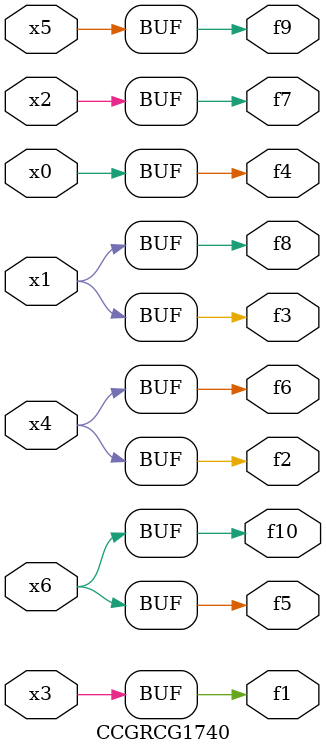
<source format=v>
module CCGRCG1740(
	input x0, x1, x2, x3, x4, x5, x6,
	output f1, f2, f3, f4, f5, f6, f7, f8, f9, f10
);
	assign f1 = x3;
	assign f2 = x4;
	assign f3 = x1;
	assign f4 = x0;
	assign f5 = x6;
	assign f6 = x4;
	assign f7 = x2;
	assign f8 = x1;
	assign f9 = x5;
	assign f10 = x6;
endmodule

</source>
